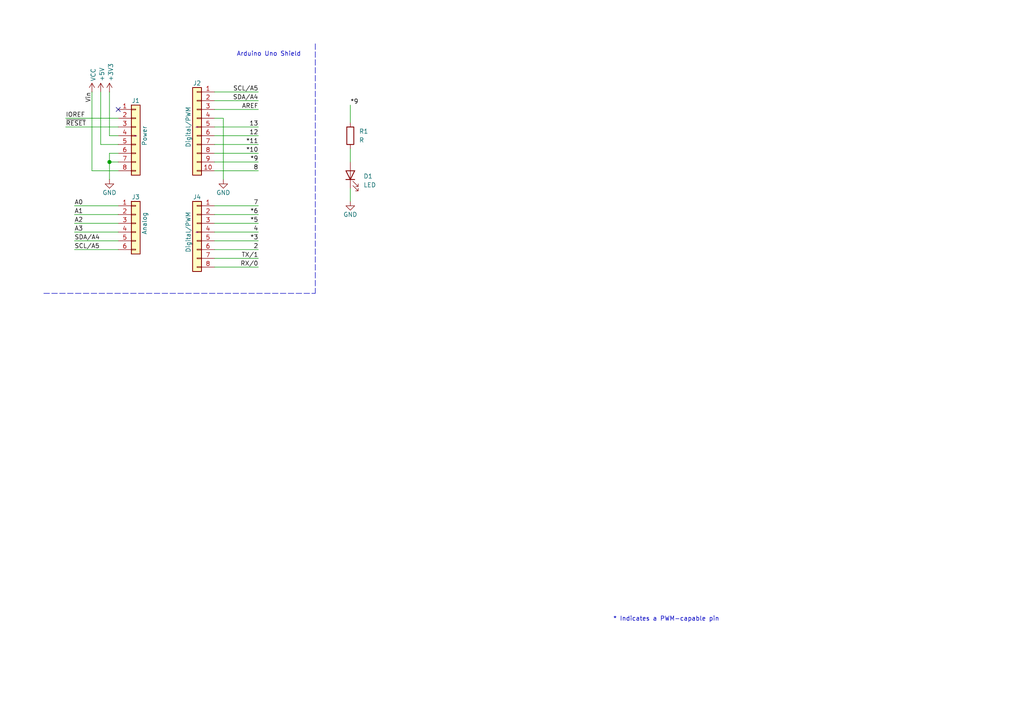
<source format=kicad_sch>
(kicad_sch
	(version 20250114)
	(generator "eeschema")
	(generator_version "9.0")
	(uuid "e63e39d7-6ac0-4ffd-8aa3-1841a4541b55")
	(paper "A4")
	(title_block
		(date "mar. 31 mars 2015")
	)
	(lib_symbols
		(symbol "Connector_Generic:Conn_01x06"
			(pin_names
				(offset 1.016)
				(hide yes)
			)
			(exclude_from_sim no)
			(in_bom yes)
			(on_board yes)
			(property "Reference" "J"
				(at 0 7.62 0)
				(effects
					(font
						(size 1.27 1.27)
					)
				)
			)
			(property "Value" "Conn_01x06"
				(at 0 -10.16 0)
				(effects
					(font
						(size 1.27 1.27)
					)
				)
			)
			(property "Footprint" ""
				(at 0 0 0)
				(effects
					(font
						(size 1.27 1.27)
					)
					(hide yes)
				)
			)
			(property "Datasheet" "~"
				(at 0 0 0)
				(effects
					(font
						(size 1.27 1.27)
					)
					(hide yes)
				)
			)
			(property "Description" "Generic connector, single row, 01x06, script generated (kicad-library-utils/schlib/autogen/connector/)"
				(at 0 0 0)
				(effects
					(font
						(size 1.27 1.27)
					)
					(hide yes)
				)
			)
			(property "ki_keywords" "connector"
				(at 0 0 0)
				(effects
					(font
						(size 1.27 1.27)
					)
					(hide yes)
				)
			)
			(property "ki_fp_filters" "Connector*:*_1x??_*"
				(at 0 0 0)
				(effects
					(font
						(size 1.27 1.27)
					)
					(hide yes)
				)
			)
			(symbol "Conn_01x06_1_1"
				(rectangle
					(start -1.27 6.35)
					(end 1.27 -8.89)
					(stroke
						(width 0.254)
						(type default)
					)
					(fill
						(type background)
					)
				)
				(rectangle
					(start -1.27 5.207)
					(end 0 4.953)
					(stroke
						(width 0.1524)
						(type default)
					)
					(fill
						(type none)
					)
				)
				(rectangle
					(start -1.27 2.667)
					(end 0 2.413)
					(stroke
						(width 0.1524)
						(type default)
					)
					(fill
						(type none)
					)
				)
				(rectangle
					(start -1.27 0.127)
					(end 0 -0.127)
					(stroke
						(width 0.1524)
						(type default)
					)
					(fill
						(type none)
					)
				)
				(rectangle
					(start -1.27 -2.413)
					(end 0 -2.667)
					(stroke
						(width 0.1524)
						(type default)
					)
					(fill
						(type none)
					)
				)
				(rectangle
					(start -1.27 -4.953)
					(end 0 -5.207)
					(stroke
						(width 0.1524)
						(type default)
					)
					(fill
						(type none)
					)
				)
				(rectangle
					(start -1.27 -7.493)
					(end 0 -7.747)
					(stroke
						(width 0.1524)
						(type default)
					)
					(fill
						(type none)
					)
				)
				(pin passive line
					(at -5.08 5.08 0)
					(length 3.81)
					(name "Pin_1"
						(effects
							(font
								(size 1.27 1.27)
							)
						)
					)
					(number "1"
						(effects
							(font
								(size 1.27 1.27)
							)
						)
					)
				)
				(pin passive line
					(at -5.08 2.54 0)
					(length 3.81)
					(name "Pin_2"
						(effects
							(font
								(size 1.27 1.27)
							)
						)
					)
					(number "2"
						(effects
							(font
								(size 1.27 1.27)
							)
						)
					)
				)
				(pin passive line
					(at -5.08 0 0)
					(length 3.81)
					(name "Pin_3"
						(effects
							(font
								(size 1.27 1.27)
							)
						)
					)
					(number "3"
						(effects
							(font
								(size 1.27 1.27)
							)
						)
					)
				)
				(pin passive line
					(at -5.08 -2.54 0)
					(length 3.81)
					(name "Pin_4"
						(effects
							(font
								(size 1.27 1.27)
							)
						)
					)
					(number "4"
						(effects
							(font
								(size 1.27 1.27)
							)
						)
					)
				)
				(pin passive line
					(at -5.08 -5.08 0)
					(length 3.81)
					(name "Pin_5"
						(effects
							(font
								(size 1.27 1.27)
							)
						)
					)
					(number "5"
						(effects
							(font
								(size 1.27 1.27)
							)
						)
					)
				)
				(pin passive line
					(at -5.08 -7.62 0)
					(length 3.81)
					(name "Pin_6"
						(effects
							(font
								(size 1.27 1.27)
							)
						)
					)
					(number "6"
						(effects
							(font
								(size 1.27 1.27)
							)
						)
					)
				)
			)
			(embedded_fonts no)
		)
		(symbol "Connector_Generic:Conn_01x08"
			(pin_names
				(offset 1.016)
				(hide yes)
			)
			(exclude_from_sim no)
			(in_bom yes)
			(on_board yes)
			(property "Reference" "J"
				(at 0 10.16 0)
				(effects
					(font
						(size 1.27 1.27)
					)
				)
			)
			(property "Value" "Conn_01x08"
				(at 0 -12.7 0)
				(effects
					(font
						(size 1.27 1.27)
					)
				)
			)
			(property "Footprint" ""
				(at 0 0 0)
				(effects
					(font
						(size 1.27 1.27)
					)
					(hide yes)
				)
			)
			(property "Datasheet" "~"
				(at 0 0 0)
				(effects
					(font
						(size 1.27 1.27)
					)
					(hide yes)
				)
			)
			(property "Description" "Generic connector, single row, 01x08, script generated (kicad-library-utils/schlib/autogen/connector/)"
				(at 0 0 0)
				(effects
					(font
						(size 1.27 1.27)
					)
					(hide yes)
				)
			)
			(property "ki_keywords" "connector"
				(at 0 0 0)
				(effects
					(font
						(size 1.27 1.27)
					)
					(hide yes)
				)
			)
			(property "ki_fp_filters" "Connector*:*_1x??_*"
				(at 0 0 0)
				(effects
					(font
						(size 1.27 1.27)
					)
					(hide yes)
				)
			)
			(symbol "Conn_01x08_1_1"
				(rectangle
					(start -1.27 8.89)
					(end 1.27 -11.43)
					(stroke
						(width 0.254)
						(type default)
					)
					(fill
						(type background)
					)
				)
				(rectangle
					(start -1.27 7.747)
					(end 0 7.493)
					(stroke
						(width 0.1524)
						(type default)
					)
					(fill
						(type none)
					)
				)
				(rectangle
					(start -1.27 5.207)
					(end 0 4.953)
					(stroke
						(width 0.1524)
						(type default)
					)
					(fill
						(type none)
					)
				)
				(rectangle
					(start -1.27 2.667)
					(end 0 2.413)
					(stroke
						(width 0.1524)
						(type default)
					)
					(fill
						(type none)
					)
				)
				(rectangle
					(start -1.27 0.127)
					(end 0 -0.127)
					(stroke
						(width 0.1524)
						(type default)
					)
					(fill
						(type none)
					)
				)
				(rectangle
					(start -1.27 -2.413)
					(end 0 -2.667)
					(stroke
						(width 0.1524)
						(type default)
					)
					(fill
						(type none)
					)
				)
				(rectangle
					(start -1.27 -4.953)
					(end 0 -5.207)
					(stroke
						(width 0.1524)
						(type default)
					)
					(fill
						(type none)
					)
				)
				(rectangle
					(start -1.27 -7.493)
					(end 0 -7.747)
					(stroke
						(width 0.1524)
						(type default)
					)
					(fill
						(type none)
					)
				)
				(rectangle
					(start -1.27 -10.033)
					(end 0 -10.287)
					(stroke
						(width 0.1524)
						(type default)
					)
					(fill
						(type none)
					)
				)
				(pin passive line
					(at -5.08 7.62 0)
					(length 3.81)
					(name "Pin_1"
						(effects
							(font
								(size 1.27 1.27)
							)
						)
					)
					(number "1"
						(effects
							(font
								(size 1.27 1.27)
							)
						)
					)
				)
				(pin passive line
					(at -5.08 5.08 0)
					(length 3.81)
					(name "Pin_2"
						(effects
							(font
								(size 1.27 1.27)
							)
						)
					)
					(number "2"
						(effects
							(font
								(size 1.27 1.27)
							)
						)
					)
				)
				(pin passive line
					(at -5.08 2.54 0)
					(length 3.81)
					(name "Pin_3"
						(effects
							(font
								(size 1.27 1.27)
							)
						)
					)
					(number "3"
						(effects
							(font
								(size 1.27 1.27)
							)
						)
					)
				)
				(pin passive line
					(at -5.08 0 0)
					(length 3.81)
					(name "Pin_4"
						(effects
							(font
								(size 1.27 1.27)
							)
						)
					)
					(number "4"
						(effects
							(font
								(size 1.27 1.27)
							)
						)
					)
				)
				(pin passive line
					(at -5.08 -2.54 0)
					(length 3.81)
					(name "Pin_5"
						(effects
							(font
								(size 1.27 1.27)
							)
						)
					)
					(number "5"
						(effects
							(font
								(size 1.27 1.27)
							)
						)
					)
				)
				(pin passive line
					(at -5.08 -5.08 0)
					(length 3.81)
					(name "Pin_6"
						(effects
							(font
								(size 1.27 1.27)
							)
						)
					)
					(number "6"
						(effects
							(font
								(size 1.27 1.27)
							)
						)
					)
				)
				(pin passive line
					(at -5.08 -7.62 0)
					(length 3.81)
					(name "Pin_7"
						(effects
							(font
								(size 1.27 1.27)
							)
						)
					)
					(number "7"
						(effects
							(font
								(size 1.27 1.27)
							)
						)
					)
				)
				(pin passive line
					(at -5.08 -10.16 0)
					(length 3.81)
					(name "Pin_8"
						(effects
							(font
								(size 1.27 1.27)
							)
						)
					)
					(number "8"
						(effects
							(font
								(size 1.27 1.27)
							)
						)
					)
				)
			)
			(embedded_fonts no)
		)
		(symbol "Connector_Generic:Conn_01x10"
			(pin_names
				(offset 1.016)
				(hide yes)
			)
			(exclude_from_sim no)
			(in_bom yes)
			(on_board yes)
			(property "Reference" "J"
				(at 0 12.7 0)
				(effects
					(font
						(size 1.27 1.27)
					)
				)
			)
			(property "Value" "Conn_01x10"
				(at 0 -15.24 0)
				(effects
					(font
						(size 1.27 1.27)
					)
				)
			)
			(property "Footprint" ""
				(at 0 0 0)
				(effects
					(font
						(size 1.27 1.27)
					)
					(hide yes)
				)
			)
			(property "Datasheet" "~"
				(at 0 0 0)
				(effects
					(font
						(size 1.27 1.27)
					)
					(hide yes)
				)
			)
			(property "Description" "Generic connector, single row, 01x10, script generated (kicad-library-utils/schlib/autogen/connector/)"
				(at 0 0 0)
				(effects
					(font
						(size 1.27 1.27)
					)
					(hide yes)
				)
			)
			(property "ki_keywords" "connector"
				(at 0 0 0)
				(effects
					(font
						(size 1.27 1.27)
					)
					(hide yes)
				)
			)
			(property "ki_fp_filters" "Connector*:*_1x??_*"
				(at 0 0 0)
				(effects
					(font
						(size 1.27 1.27)
					)
					(hide yes)
				)
			)
			(symbol "Conn_01x10_1_1"
				(rectangle
					(start -1.27 11.43)
					(end 1.27 -13.97)
					(stroke
						(width 0.254)
						(type default)
					)
					(fill
						(type background)
					)
				)
				(rectangle
					(start -1.27 10.287)
					(end 0 10.033)
					(stroke
						(width 0.1524)
						(type default)
					)
					(fill
						(type none)
					)
				)
				(rectangle
					(start -1.27 7.747)
					(end 0 7.493)
					(stroke
						(width 0.1524)
						(type default)
					)
					(fill
						(type none)
					)
				)
				(rectangle
					(start -1.27 5.207)
					(end 0 4.953)
					(stroke
						(width 0.1524)
						(type default)
					)
					(fill
						(type none)
					)
				)
				(rectangle
					(start -1.27 2.667)
					(end 0 2.413)
					(stroke
						(width 0.1524)
						(type default)
					)
					(fill
						(type none)
					)
				)
				(rectangle
					(start -1.27 0.127)
					(end 0 -0.127)
					(stroke
						(width 0.1524)
						(type default)
					)
					(fill
						(type none)
					)
				)
				(rectangle
					(start -1.27 -2.413)
					(end 0 -2.667)
					(stroke
						(width 0.1524)
						(type default)
					)
					(fill
						(type none)
					)
				)
				(rectangle
					(start -1.27 -4.953)
					(end 0 -5.207)
					(stroke
						(width 0.1524)
						(type default)
					)
					(fill
						(type none)
					)
				)
				(rectangle
					(start -1.27 -7.493)
					(end 0 -7.747)
					(stroke
						(width 0.1524)
						(type default)
					)
					(fill
						(type none)
					)
				)
				(rectangle
					(start -1.27 -10.033)
					(end 0 -10.287)
					(stroke
						(width 0.1524)
						(type default)
					)
					(fill
						(type none)
					)
				)
				(rectangle
					(start -1.27 -12.573)
					(end 0 -12.827)
					(stroke
						(width 0.1524)
						(type default)
					)
					(fill
						(type none)
					)
				)
				(pin passive line
					(at -5.08 10.16 0)
					(length 3.81)
					(name "Pin_1"
						(effects
							(font
								(size 1.27 1.27)
							)
						)
					)
					(number "1"
						(effects
							(font
								(size 1.27 1.27)
							)
						)
					)
				)
				(pin passive line
					(at -5.08 7.62 0)
					(length 3.81)
					(name "Pin_2"
						(effects
							(font
								(size 1.27 1.27)
							)
						)
					)
					(number "2"
						(effects
							(font
								(size 1.27 1.27)
							)
						)
					)
				)
				(pin passive line
					(at -5.08 5.08 0)
					(length 3.81)
					(name "Pin_3"
						(effects
							(font
								(size 1.27 1.27)
							)
						)
					)
					(number "3"
						(effects
							(font
								(size 1.27 1.27)
							)
						)
					)
				)
				(pin passive line
					(at -5.08 2.54 0)
					(length 3.81)
					(name "Pin_4"
						(effects
							(font
								(size 1.27 1.27)
							)
						)
					)
					(number "4"
						(effects
							(font
								(size 1.27 1.27)
							)
						)
					)
				)
				(pin passive line
					(at -5.08 0 0)
					(length 3.81)
					(name "Pin_5"
						(effects
							(font
								(size 1.27 1.27)
							)
						)
					)
					(number "5"
						(effects
							(font
								(size 1.27 1.27)
							)
						)
					)
				)
				(pin passive line
					(at -5.08 -2.54 0)
					(length 3.81)
					(name "Pin_6"
						(effects
							(font
								(size 1.27 1.27)
							)
						)
					)
					(number "6"
						(effects
							(font
								(size 1.27 1.27)
							)
						)
					)
				)
				(pin passive line
					(at -5.08 -5.08 0)
					(length 3.81)
					(name "Pin_7"
						(effects
							(font
								(size 1.27 1.27)
							)
						)
					)
					(number "7"
						(effects
							(font
								(size 1.27 1.27)
							)
						)
					)
				)
				(pin passive line
					(at -5.08 -7.62 0)
					(length 3.81)
					(name "Pin_8"
						(effects
							(font
								(size 1.27 1.27)
							)
						)
					)
					(number "8"
						(effects
							(font
								(size 1.27 1.27)
							)
						)
					)
				)
				(pin passive line
					(at -5.08 -10.16 0)
					(length 3.81)
					(name "Pin_9"
						(effects
							(font
								(size 1.27 1.27)
							)
						)
					)
					(number "9"
						(effects
							(font
								(size 1.27 1.27)
							)
						)
					)
				)
				(pin passive line
					(at -5.08 -12.7 0)
					(length 3.81)
					(name "Pin_10"
						(effects
							(font
								(size 1.27 1.27)
							)
						)
					)
					(number "10"
						(effects
							(font
								(size 1.27 1.27)
							)
						)
					)
				)
			)
			(embedded_fonts no)
		)
		(symbol "Device:LED"
			(pin_numbers
				(hide yes)
			)
			(pin_names
				(offset 1.016)
				(hide yes)
			)
			(exclude_from_sim no)
			(in_bom yes)
			(on_board yes)
			(property "Reference" "D"
				(at 0 2.54 0)
				(effects
					(font
						(size 1.27 1.27)
					)
				)
			)
			(property "Value" "LED"
				(at 0 -2.54 0)
				(effects
					(font
						(size 1.27 1.27)
					)
				)
			)
			(property "Footprint" ""
				(at 0 0 0)
				(effects
					(font
						(size 1.27 1.27)
					)
					(hide yes)
				)
			)
			(property "Datasheet" "~"
				(at 0 0 0)
				(effects
					(font
						(size 1.27 1.27)
					)
					(hide yes)
				)
			)
			(property "Description" "Light emitting diode"
				(at 0 0 0)
				(effects
					(font
						(size 1.27 1.27)
					)
					(hide yes)
				)
			)
			(property "Sim.Pins" "1=K 2=A"
				(at 0 0 0)
				(effects
					(font
						(size 1.27 1.27)
					)
					(hide yes)
				)
			)
			(property "ki_keywords" "LED diode"
				(at 0 0 0)
				(effects
					(font
						(size 1.27 1.27)
					)
					(hide yes)
				)
			)
			(property "ki_fp_filters" "LED* LED_SMD:* LED_THT:*"
				(at 0 0 0)
				(effects
					(font
						(size 1.27 1.27)
					)
					(hide yes)
				)
			)
			(symbol "LED_0_1"
				(polyline
					(pts
						(xy -3.048 -0.762) (xy -4.572 -2.286) (xy -3.81 -2.286) (xy -4.572 -2.286) (xy -4.572 -1.524)
					)
					(stroke
						(width 0)
						(type default)
					)
					(fill
						(type none)
					)
				)
				(polyline
					(pts
						(xy -1.778 -0.762) (xy -3.302 -2.286) (xy -2.54 -2.286) (xy -3.302 -2.286) (xy -3.302 -1.524)
					)
					(stroke
						(width 0)
						(type default)
					)
					(fill
						(type none)
					)
				)
				(polyline
					(pts
						(xy -1.27 0) (xy 1.27 0)
					)
					(stroke
						(width 0)
						(type default)
					)
					(fill
						(type none)
					)
				)
				(polyline
					(pts
						(xy -1.27 -1.27) (xy -1.27 1.27)
					)
					(stroke
						(width 0.254)
						(type default)
					)
					(fill
						(type none)
					)
				)
				(polyline
					(pts
						(xy 1.27 -1.27) (xy 1.27 1.27) (xy -1.27 0) (xy 1.27 -1.27)
					)
					(stroke
						(width 0.254)
						(type default)
					)
					(fill
						(type none)
					)
				)
			)
			(symbol "LED_1_1"
				(pin passive line
					(at -3.81 0 0)
					(length 2.54)
					(name "K"
						(effects
							(font
								(size 1.27 1.27)
							)
						)
					)
					(number "1"
						(effects
							(font
								(size 1.27 1.27)
							)
						)
					)
				)
				(pin passive line
					(at 3.81 0 180)
					(length 2.54)
					(name "A"
						(effects
							(font
								(size 1.27 1.27)
							)
						)
					)
					(number "2"
						(effects
							(font
								(size 1.27 1.27)
							)
						)
					)
				)
			)
			(embedded_fonts no)
		)
		(symbol "Device:R"
			(pin_numbers
				(hide yes)
			)
			(pin_names
				(offset 0)
			)
			(exclude_from_sim no)
			(in_bom yes)
			(on_board yes)
			(property "Reference" "R"
				(at 2.032 0 90)
				(effects
					(font
						(size 1.27 1.27)
					)
				)
			)
			(property "Value" "R"
				(at 0 0 90)
				(effects
					(font
						(size 1.27 1.27)
					)
				)
			)
			(property "Footprint" ""
				(at -1.778 0 90)
				(effects
					(font
						(size 1.27 1.27)
					)
					(hide yes)
				)
			)
			(property "Datasheet" "~"
				(at 0 0 0)
				(effects
					(font
						(size 1.27 1.27)
					)
					(hide yes)
				)
			)
			(property "Description" "Resistor"
				(at 0 0 0)
				(effects
					(font
						(size 1.27 1.27)
					)
					(hide yes)
				)
			)
			(property "ki_keywords" "R res resistor"
				(at 0 0 0)
				(effects
					(font
						(size 1.27 1.27)
					)
					(hide yes)
				)
			)
			(property "ki_fp_filters" "R_*"
				(at 0 0 0)
				(effects
					(font
						(size 1.27 1.27)
					)
					(hide yes)
				)
			)
			(symbol "R_0_1"
				(rectangle
					(start -1.016 -2.54)
					(end 1.016 2.54)
					(stroke
						(width 0.254)
						(type default)
					)
					(fill
						(type none)
					)
				)
			)
			(symbol "R_1_1"
				(pin passive line
					(at 0 3.81 270)
					(length 1.27)
					(name "~"
						(effects
							(font
								(size 1.27 1.27)
							)
						)
					)
					(number "1"
						(effects
							(font
								(size 1.27 1.27)
							)
						)
					)
				)
				(pin passive line
					(at 0 -3.81 90)
					(length 1.27)
					(name "~"
						(effects
							(font
								(size 1.27 1.27)
							)
						)
					)
					(number "2"
						(effects
							(font
								(size 1.27 1.27)
							)
						)
					)
				)
			)
			(embedded_fonts no)
		)
		(symbol "power:+3V3"
			(power)
			(pin_numbers
				(hide yes)
			)
			(pin_names
				(offset 0)
				(hide yes)
			)
			(exclude_from_sim no)
			(in_bom yes)
			(on_board yes)
			(property "Reference" "#PWR"
				(at 0 -3.81 0)
				(effects
					(font
						(size 1.27 1.27)
					)
					(hide yes)
				)
			)
			(property "Value" "+3V3"
				(at 0 3.556 0)
				(effects
					(font
						(size 1.27 1.27)
					)
				)
			)
			(property "Footprint" ""
				(at 0 0 0)
				(effects
					(font
						(size 1.27 1.27)
					)
					(hide yes)
				)
			)
			(property "Datasheet" ""
				(at 0 0 0)
				(effects
					(font
						(size 1.27 1.27)
					)
					(hide yes)
				)
			)
			(property "Description" "Power symbol creates a global label with name \"+3V3\""
				(at 0 0 0)
				(effects
					(font
						(size 1.27 1.27)
					)
					(hide yes)
				)
			)
			(property "ki_keywords" "global power"
				(at 0 0 0)
				(effects
					(font
						(size 1.27 1.27)
					)
					(hide yes)
				)
			)
			(symbol "+3V3_0_1"
				(polyline
					(pts
						(xy -0.762 1.27) (xy 0 2.54)
					)
					(stroke
						(width 0)
						(type default)
					)
					(fill
						(type none)
					)
				)
				(polyline
					(pts
						(xy 0 2.54) (xy 0.762 1.27)
					)
					(stroke
						(width 0)
						(type default)
					)
					(fill
						(type none)
					)
				)
				(polyline
					(pts
						(xy 0 0) (xy 0 2.54)
					)
					(stroke
						(width 0)
						(type default)
					)
					(fill
						(type none)
					)
				)
			)
			(symbol "+3V3_1_1"
				(pin power_in line
					(at 0 0 90)
					(length 0)
					(name "~"
						(effects
							(font
								(size 1.27 1.27)
							)
						)
					)
					(number "1"
						(effects
							(font
								(size 1.27 1.27)
							)
						)
					)
				)
			)
			(embedded_fonts no)
		)
		(symbol "power:+5V"
			(power)
			(pin_numbers
				(hide yes)
			)
			(pin_names
				(offset 0)
				(hide yes)
			)
			(exclude_from_sim no)
			(in_bom yes)
			(on_board yes)
			(property "Reference" "#PWR"
				(at 0 -3.81 0)
				(effects
					(font
						(size 1.27 1.27)
					)
					(hide yes)
				)
			)
			(property "Value" "+5V"
				(at 0 3.556 0)
				(effects
					(font
						(size 1.27 1.27)
					)
				)
			)
			(property "Footprint" ""
				(at 0 0 0)
				(effects
					(font
						(size 1.27 1.27)
					)
					(hide yes)
				)
			)
			(property "Datasheet" ""
				(at 0 0 0)
				(effects
					(font
						(size 1.27 1.27)
					)
					(hide yes)
				)
			)
			(property "Description" "Power symbol creates a global label with name \"+5V\""
				(at 0 0 0)
				(effects
					(font
						(size 1.27 1.27)
					)
					(hide yes)
				)
			)
			(property "ki_keywords" "global power"
				(at 0 0 0)
				(effects
					(font
						(size 1.27 1.27)
					)
					(hide yes)
				)
			)
			(symbol "+5V_0_1"
				(polyline
					(pts
						(xy -0.762 1.27) (xy 0 2.54)
					)
					(stroke
						(width 0)
						(type default)
					)
					(fill
						(type none)
					)
				)
				(polyline
					(pts
						(xy 0 2.54) (xy 0.762 1.27)
					)
					(stroke
						(width 0)
						(type default)
					)
					(fill
						(type none)
					)
				)
				(polyline
					(pts
						(xy 0 0) (xy 0 2.54)
					)
					(stroke
						(width 0)
						(type default)
					)
					(fill
						(type none)
					)
				)
			)
			(symbol "+5V_1_1"
				(pin power_in line
					(at 0 0 90)
					(length 0)
					(name "~"
						(effects
							(font
								(size 1.27 1.27)
							)
						)
					)
					(number "1"
						(effects
							(font
								(size 1.27 1.27)
							)
						)
					)
				)
			)
			(embedded_fonts no)
		)
		(symbol "power:GND"
			(power)
			(pin_numbers
				(hide yes)
			)
			(pin_names
				(offset 0)
				(hide yes)
			)
			(exclude_from_sim no)
			(in_bom yes)
			(on_board yes)
			(property "Reference" "#PWR"
				(at 0 -6.35 0)
				(effects
					(font
						(size 1.27 1.27)
					)
					(hide yes)
				)
			)
			(property "Value" "GND"
				(at 0 -3.81 0)
				(effects
					(font
						(size 1.27 1.27)
					)
				)
			)
			(property "Footprint" ""
				(at 0 0 0)
				(effects
					(font
						(size 1.27 1.27)
					)
					(hide yes)
				)
			)
			(property "Datasheet" ""
				(at 0 0 0)
				(effects
					(font
						(size 1.27 1.27)
					)
					(hide yes)
				)
			)
			(property "Description" "Power symbol creates a global label with name \"GND\" , ground"
				(at 0 0 0)
				(effects
					(font
						(size 1.27 1.27)
					)
					(hide yes)
				)
			)
			(property "ki_keywords" "global power"
				(at 0 0 0)
				(effects
					(font
						(size 1.27 1.27)
					)
					(hide yes)
				)
			)
			(symbol "GND_0_1"
				(polyline
					(pts
						(xy 0 0) (xy 0 -1.27) (xy 1.27 -1.27) (xy 0 -2.54) (xy -1.27 -1.27) (xy 0 -1.27)
					)
					(stroke
						(width 0)
						(type default)
					)
					(fill
						(type none)
					)
				)
			)
			(symbol "GND_1_1"
				(pin power_in line
					(at 0 0 270)
					(length 0)
					(name "~"
						(effects
							(font
								(size 1.27 1.27)
							)
						)
					)
					(number "1"
						(effects
							(font
								(size 1.27 1.27)
							)
						)
					)
				)
			)
			(embedded_fonts no)
		)
		(symbol "power:VCC"
			(power)
			(pin_numbers
				(hide yes)
			)
			(pin_names
				(offset 0)
				(hide yes)
			)
			(exclude_from_sim no)
			(in_bom yes)
			(on_board yes)
			(property "Reference" "#PWR"
				(at 0 -3.81 0)
				(effects
					(font
						(size 1.27 1.27)
					)
					(hide yes)
				)
			)
			(property "Value" "VCC"
				(at 0 3.556 0)
				(effects
					(font
						(size 1.27 1.27)
					)
				)
			)
			(property "Footprint" ""
				(at 0 0 0)
				(effects
					(font
						(size 1.27 1.27)
					)
					(hide yes)
				)
			)
			(property "Datasheet" ""
				(at 0 0 0)
				(effects
					(font
						(size 1.27 1.27)
					)
					(hide yes)
				)
			)
			(property "Description" "Power symbol creates a global label with name \"VCC\""
				(at 0 0 0)
				(effects
					(font
						(size 1.27 1.27)
					)
					(hide yes)
				)
			)
			(property "ki_keywords" "global power"
				(at 0 0 0)
				(effects
					(font
						(size 1.27 1.27)
					)
					(hide yes)
				)
			)
			(symbol "VCC_0_1"
				(polyline
					(pts
						(xy -0.762 1.27) (xy 0 2.54)
					)
					(stroke
						(width 0)
						(type default)
					)
					(fill
						(type none)
					)
				)
				(polyline
					(pts
						(xy 0 2.54) (xy 0.762 1.27)
					)
					(stroke
						(width 0)
						(type default)
					)
					(fill
						(type none)
					)
				)
				(polyline
					(pts
						(xy 0 0) (xy 0 2.54)
					)
					(stroke
						(width 0)
						(type default)
					)
					(fill
						(type none)
					)
				)
			)
			(symbol "VCC_1_1"
				(pin power_in line
					(at 0 0 90)
					(length 0)
					(name "~"
						(effects
							(font
								(size 1.27 1.27)
							)
						)
					)
					(number "1"
						(effects
							(font
								(size 1.27 1.27)
							)
						)
					)
				)
			)
			(embedded_fonts no)
		)
	)
	(text "Arduino Uno Shield\n"
		(exclude_from_sim no)
		(at 77.978 15.748 0)
		(effects
			(font
				(size 1.27 1.27)
			)
		)
		(uuid "9cdef982-d1d7-40f4-a00e-7d76645895f2")
	)
	(text "* Indicates a PWM-capable pin"
		(exclude_from_sim no)
		(at 177.8 180.34 0)
		(effects
			(font
				(size 1.27 1.27)
			)
			(justify left bottom)
		)
		(uuid "c364973a-9a67-4667-8185-a3a5c6c6cbdf")
	)
	(junction
		(at 31.75 46.99)
		(diameter 1.016)
		(color 0 0 0 0)
		(uuid "3dcc657b-55a1-48e0-9667-e01e7b6b08b5")
	)
	(no_connect
		(at 34.29 31.75)
		(uuid "d181157c-7812-47e5-a0cf-9580c905fc86")
	)
	(wire
		(pts
			(xy 62.23 77.47) (xy 74.93 77.47)
		)
		(stroke
			(width 0)
			(type solid)
		)
		(uuid "010ba307-2067-49d3-b0fa-6414143f3fc2")
	)
	(wire
		(pts
			(xy 62.23 44.45) (xy 74.93 44.45)
		)
		(stroke
			(width 0)
			(type solid)
		)
		(uuid "09480ba4-37da-45e3-b9fe-6beebf876349")
	)
	(wire
		(pts
			(xy 62.23 26.67) (xy 74.93 26.67)
		)
		(stroke
			(width 0)
			(type solid)
		)
		(uuid "0f5d2189-4ead-42fa-8f7a-cfa3af4de132")
	)
	(wire
		(pts
			(xy 31.75 44.45) (xy 31.75 46.99)
		)
		(stroke
			(width 0)
			(type solid)
		)
		(uuid "1c31b835-925f-4a5c-92df-8f2558bb711b")
	)
	(wire
		(pts
			(xy 21.59 72.39) (xy 34.29 72.39)
		)
		(stroke
			(width 0)
			(type solid)
		)
		(uuid "20854542-d0b0-4be7-af02-0e5fceb34e01")
	)
	(wire
		(pts
			(xy 31.75 46.99) (xy 31.75 52.07)
		)
		(stroke
			(width 0)
			(type solid)
		)
		(uuid "2df788b2-ce68-49bc-a497-4b6570a17f30")
	)
	(wire
		(pts
			(xy 31.75 39.37) (xy 34.29 39.37)
		)
		(stroke
			(width 0)
			(type solid)
		)
		(uuid "3334b11d-5a13-40b4-a117-d693c543e4ab")
	)
	(wire
		(pts
			(xy 101.6 30.48) (xy 101.6 35.56)
		)
		(stroke
			(width 0)
			(type default)
		)
		(uuid "34c7d772-dbb4-40ac-acfd-7aa2d5bb3014")
	)
	(wire
		(pts
			(xy 29.21 41.91) (xy 34.29 41.91)
		)
		(stroke
			(width 0)
			(type solid)
		)
		(uuid "3661f80c-fef8-4441-83be-df8930b3b45e")
	)
	(wire
		(pts
			(xy 29.21 26.67) (xy 29.21 41.91)
		)
		(stroke
			(width 0)
			(type solid)
		)
		(uuid "392bf1f6-bf67-427d-8d4c-0a87cb757556")
	)
	(wire
		(pts
			(xy 62.23 36.83) (xy 74.93 36.83)
		)
		(stroke
			(width 0)
			(type solid)
		)
		(uuid "4227fa6f-c399-4f14-8228-23e39d2b7e7d")
	)
	(wire
		(pts
			(xy 31.75 26.67) (xy 31.75 39.37)
		)
		(stroke
			(width 0)
			(type solid)
		)
		(uuid "442fb4de-4d55-45de-bc27-3e6222ceb890")
	)
	(wire
		(pts
			(xy 62.23 59.69) (xy 74.93 59.69)
		)
		(stroke
			(width 0)
			(type solid)
		)
		(uuid "4455ee2e-5642-42c1-a83b-f7e65fa0c2f1")
	)
	(wire
		(pts
			(xy 34.29 59.69) (xy 21.59 59.69)
		)
		(stroke
			(width 0)
			(type solid)
		)
		(uuid "486ca832-85f4-4989-b0f4-569faf9be534")
	)
	(wire
		(pts
			(xy 62.23 39.37) (xy 74.93 39.37)
		)
		(stroke
			(width 0)
			(type solid)
		)
		(uuid "4a910b57-a5cd-4105-ab4f-bde2a80d4f00")
	)
	(polyline
		(pts
			(xy 91.44 12.7) (xy 91.44 85.09)
		)
		(stroke
			(width 0)
			(type dash)
		)
		(uuid "4d5722a4-79f8-4c7f-8c48-d1c28330ed1f")
	)
	(polyline
		(pts
			(xy 12.7 85.09) (xy 91.44 85.09)
		)
		(stroke
			(width 0)
			(type dash)
		)
		(uuid "4e15018b-bb1c-478f-97f0-706da9f3ea0b")
	)
	(wire
		(pts
			(xy 62.23 62.23) (xy 74.93 62.23)
		)
		(stroke
			(width 0)
			(type solid)
		)
		(uuid "4e60e1af-19bd-45a0-b418-b7030b594dde")
	)
	(wire
		(pts
			(xy 62.23 46.99) (xy 74.93 46.99)
		)
		(stroke
			(width 0)
			(type solid)
		)
		(uuid "63f2b71b-521b-4210-bf06-ed65e330fccc")
	)
	(wire
		(pts
			(xy 62.23 67.31) (xy 74.93 67.31)
		)
		(stroke
			(width 0)
			(type solid)
		)
		(uuid "6bb3ea5f-9e60-4add-9d97-244be2cf61d2")
	)
	(wire
		(pts
			(xy 19.05 34.29) (xy 34.29 34.29)
		)
		(stroke
			(width 0)
			(type solid)
		)
		(uuid "73d4774c-1387-4550-b580-a1cc0ac89b89")
	)
	(wire
		(pts
			(xy 64.77 34.29) (xy 64.77 52.07)
		)
		(stroke
			(width 0)
			(type solid)
		)
		(uuid "84ce350c-b0c1-4e69-9ab2-f7ec7b8bb312")
	)
	(wire
		(pts
			(xy 62.23 31.75) (xy 74.93 31.75)
		)
		(stroke
			(width 0)
			(type solid)
		)
		(uuid "8a3d35a2-f0f6-4dec-a606-7c8e288ca828")
	)
	(wire
		(pts
			(xy 34.29 64.77) (xy 21.59 64.77)
		)
		(stroke
			(width 0)
			(type solid)
		)
		(uuid "9377eb1a-3b12-438c-8ebd-f86ace1e8d25")
	)
	(wire
		(pts
			(xy 19.05 36.83) (xy 34.29 36.83)
		)
		(stroke
			(width 0)
			(type solid)
		)
		(uuid "93e52853-9d1e-4afe-aee8-b825ab9f5d09")
	)
	(wire
		(pts
			(xy 34.29 46.99) (xy 31.75 46.99)
		)
		(stroke
			(width 0)
			(type solid)
		)
		(uuid "97df9ac9-dbb8-472e-b84f-3684d0eb5efc")
	)
	(wire
		(pts
			(xy 34.29 49.53) (xy 26.67 49.53)
		)
		(stroke
			(width 0)
			(type solid)
		)
		(uuid "a7518f9d-05df-4211-ba17-5d615f04ec46")
	)
	(wire
		(pts
			(xy 101.6 43.18) (xy 101.6 46.99)
		)
		(stroke
			(width 0)
			(type default)
		)
		(uuid "a9a49389-df7a-48f9-bc7f-9101b4d97fff")
	)
	(wire
		(pts
			(xy 21.59 62.23) (xy 34.29 62.23)
		)
		(stroke
			(width 0)
			(type solid)
		)
		(uuid "aab97e46-23d6-4cbf-8684-537b94306d68")
	)
	(wire
		(pts
			(xy 62.23 34.29) (xy 64.77 34.29)
		)
		(stroke
			(width 0)
			(type solid)
		)
		(uuid "bcbc7302-8a54-4b9b-98b9-f277f1b20941")
	)
	(wire
		(pts
			(xy 34.29 44.45) (xy 31.75 44.45)
		)
		(stroke
			(width 0)
			(type solid)
		)
		(uuid "c12796ad-cf20-466f-9ab3-9cf441392c32")
	)
	(wire
		(pts
			(xy 62.23 41.91) (xy 74.93 41.91)
		)
		(stroke
			(width 0)
			(type solid)
		)
		(uuid "c722a1ff-12f1-49e5-88a4-44ffeb509ca2")
	)
	(wire
		(pts
			(xy 101.6 54.61) (xy 101.6 58.42)
		)
		(stroke
			(width 0)
			(type default)
		)
		(uuid "c92456e8-c6d3-4ca7-92f8-32a27924d6d1")
	)
	(wire
		(pts
			(xy 62.23 64.77) (xy 74.93 64.77)
		)
		(stroke
			(width 0)
			(type solid)
		)
		(uuid "cfe99980-2d98-4372-b495-04c53027340b")
	)
	(wire
		(pts
			(xy 21.59 67.31) (xy 34.29 67.31)
		)
		(stroke
			(width 0)
			(type solid)
		)
		(uuid "d3042136-2605-44b2-aebb-5484a9c90933")
	)
	(wire
		(pts
			(xy 62.23 29.21) (xy 74.93 29.21)
		)
		(stroke
			(width 0)
			(type solid)
		)
		(uuid "e7278977-132b-4777-9eb4-7d93363a4379")
	)
	(wire
		(pts
			(xy 62.23 72.39) (xy 74.93 72.39)
		)
		(stroke
			(width 0)
			(type solid)
		)
		(uuid "e9bdd59b-3252-4c44-a357-6fa1af0c210c")
	)
	(wire
		(pts
			(xy 62.23 69.85) (xy 74.93 69.85)
		)
		(stroke
			(width 0)
			(type solid)
		)
		(uuid "ec76dcc9-9949-4dda-bd76-046204829cb4")
	)
	(wire
		(pts
			(xy 62.23 74.93) (xy 74.93 74.93)
		)
		(stroke
			(width 0)
			(type solid)
		)
		(uuid "f853d1d4-c722-44df-98bf-4a6114204628")
	)
	(wire
		(pts
			(xy 26.67 49.53) (xy 26.67 26.67)
		)
		(stroke
			(width 0)
			(type solid)
		)
		(uuid "f8de70cd-e47d-4e80-8f3a-077e9df93aa8")
	)
	(wire
		(pts
			(xy 34.29 69.85) (xy 21.59 69.85)
		)
		(stroke
			(width 0)
			(type solid)
		)
		(uuid "fc39c32d-65b8-4d16-9db5-de89c54a1206")
	)
	(wire
		(pts
			(xy 62.23 49.53) (xy 74.93 49.53)
		)
		(stroke
			(width 0)
			(type solid)
		)
		(uuid "fe837306-92d0-4847-ad21-76c47ae932d1")
	)
	(label "RX{slash}0"
		(at 74.93 77.47 180)
		(effects
			(font
				(size 1.27 1.27)
			)
			(justify right bottom)
		)
		(uuid "01ea9310-cf66-436b-9b89-1a2f4237b59e")
	)
	(label "A2"
		(at 21.59 64.77 0)
		(effects
			(font
				(size 1.27 1.27)
			)
			(justify left bottom)
		)
		(uuid "09251fd4-af37-4d86-8951-1faaac710ffa")
	)
	(label "4"
		(at 74.93 67.31 180)
		(effects
			(font
				(size 1.27 1.27)
			)
			(justify right bottom)
		)
		(uuid "0d8cfe6d-11bf-42b9-9752-f9a5a76bce7e")
	)
	(label "2"
		(at 74.93 72.39 180)
		(effects
			(font
				(size 1.27 1.27)
			)
			(justify right bottom)
		)
		(uuid "23f0c933-49f0-4410-a8db-8b017f48dadc")
	)
	(label "*9"
		(at 101.6 30.48 0)
		(effects
			(font
				(size 1.27 1.27)
			)
			(justify left bottom)
		)
		(uuid "276929e8-4334-4bb0-b411-6bd979bf25c0")
	)
	(label "A3"
		(at 21.59 67.31 0)
		(effects
			(font
				(size 1.27 1.27)
			)
			(justify left bottom)
		)
		(uuid "2c60ab74-0590-423b-8921-6f3212a358d2")
	)
	(label "13"
		(at 74.93 36.83 180)
		(effects
			(font
				(size 1.27 1.27)
			)
			(justify right bottom)
		)
		(uuid "35bc5b35-b7b2-44d5-bbed-557f428649b2")
	)
	(label "12"
		(at 74.93 39.37 180)
		(effects
			(font
				(size 1.27 1.27)
			)
			(justify right bottom)
		)
		(uuid "3ffaa3b1-1d78-4c7b-bdf9-f1a8019c92fd")
	)
	(label "~{RESET}"
		(at 19.05 36.83 0)
		(effects
			(font
				(size 1.27 1.27)
			)
			(justify left bottom)
		)
		(uuid "49585dba-cfa7-4813-841e-9d900d43ecf4")
	)
	(label "*10"
		(at 74.93 44.45 180)
		(effects
			(font
				(size 1.27 1.27)
			)
			(justify right bottom)
		)
		(uuid "54be04e4-fffa-4f7f-8a5f-d0de81314e8f")
	)
	(label "7"
		(at 74.93 59.69 180)
		(effects
			(font
				(size 1.27 1.27)
			)
			(justify right bottom)
		)
		(uuid "873d2c88-519e-482f-a3ed-2484e5f9417e")
	)
	(label "SDA{slash}A4"
		(at 74.93 29.21 180)
		(effects
			(font
				(size 1.27 1.27)
			)
			(justify right bottom)
		)
		(uuid "8885a9dc-224d-44c5-8601-05c1d9983e09")
	)
	(label "8"
		(at 74.93 49.53 180)
		(effects
			(font
				(size 1.27 1.27)
			)
			(justify right bottom)
		)
		(uuid "89b0e564-e7aa-4224-80c9-3f0614fede8f")
	)
	(label "*11"
		(at 74.93 41.91 180)
		(effects
			(font
				(size 1.27 1.27)
			)
			(justify right bottom)
		)
		(uuid "9ad5a781-2469-4c8f-8abf-a1c3586f7cb7")
	)
	(label "*3"
		(at 74.93 69.85 180)
		(effects
			(font
				(size 1.27 1.27)
			)
			(justify right bottom)
		)
		(uuid "9cccf5f9-68a4-4e61-b418-6185dd6a5f9a")
	)
	(label "A1"
		(at 21.59 62.23 0)
		(effects
			(font
				(size 1.27 1.27)
			)
			(justify left bottom)
		)
		(uuid "acc9991b-1bdd-4544-9a08-4037937485cb")
	)
	(label "TX{slash}1"
		(at 74.93 74.93 180)
		(effects
			(font
				(size 1.27 1.27)
			)
			(justify right bottom)
		)
		(uuid "ae2c9582-b445-44bd-b371-7fc74f6cf852")
	)
	(label "A0"
		(at 21.59 59.69 0)
		(effects
			(font
				(size 1.27 1.27)
			)
			(justify left bottom)
		)
		(uuid "ba02dc27-26a3-4648-b0aa-06b6dcaf001f")
	)
	(label "AREF"
		(at 74.93 31.75 180)
		(effects
			(font
				(size 1.27 1.27)
			)
			(justify right bottom)
		)
		(uuid "bbf52cf8-6d97-4499-a9ee-3657cebcdabf")
	)
	(label "Vin"
		(at 26.67 26.67 270)
		(effects
			(font
				(size 1.27 1.27)
			)
			(justify right bottom)
		)
		(uuid "c348793d-eec0-4f33-9b91-2cae8b4224a4")
	)
	(label "*6"
		(at 74.93 62.23 180)
		(effects
			(font
				(size 1.27 1.27)
			)
			(justify right bottom)
		)
		(uuid "c775d4e8-c37b-4e73-90c1-1c8d36333aac")
	)
	(label "SCL{slash}A5"
		(at 74.93 26.67 180)
		(effects
			(font
				(size 1.27 1.27)
			)
			(justify right bottom)
		)
		(uuid "cba886fc-172a-42fe-8e4c-daace6eaef8e")
	)
	(label "*9"
		(at 74.93 46.99 180)
		(effects
			(font
				(size 1.27 1.27)
			)
			(justify right bottom)
		)
		(uuid "ccb58899-a82d-403c-b30b-ee351d622e9c")
	)
	(label "*5"
		(at 74.93 64.77 180)
		(effects
			(font
				(size 1.27 1.27)
			)
			(justify right bottom)
		)
		(uuid "d9a65242-9c26-45cd-9a55-3e69f0d77784")
	)
	(label "IOREF"
		(at 19.05 34.29 0)
		(effects
			(font
				(size 1.27 1.27)
			)
			(justify left bottom)
		)
		(uuid "de819ae4-b245-474b-a426-865ba877b8a2")
	)
	(label "SDA{slash}A4"
		(at 21.59 69.85 0)
		(effects
			(font
				(size 1.27 1.27)
			)
			(justify left bottom)
		)
		(uuid "e7ce99b8-ca22-4c56-9e55-39d32c709f3c")
	)
	(label "SCL{slash}A5"
		(at 21.59 72.39 0)
		(effects
			(font
				(size 1.27 1.27)
			)
			(justify left bottom)
		)
		(uuid "ea5aa60b-a25e-41a1-9e06-c7b6f957567f")
	)
	(symbol
		(lib_id "Connector_Generic:Conn_01x08")
		(at 39.37 39.37 0)
		(unit 1)
		(exclude_from_sim no)
		(in_bom yes)
		(on_board yes)
		(dnp no)
		(uuid "00000000-0000-0000-0000-000056d71773")
		(property "Reference" "J1"
			(at 39.37 29.21 0)
			(effects
				(font
					(size 1.27 1.27)
				)
			)
		)
		(property "Value" "Power"
			(at 41.91 39.37 90)
			(effects
				(font
					(size 1.27 1.27)
				)
			)
		)
		(property "Footprint" "Connector_PinSocket_2.54mm:PinSocket_1x08_P2.54mm_Vertical"
			(at 39.37 39.37 0)
			(effects
				(font
					(size 1.27 1.27)
				)
				(hide yes)
			)
		)
		(property "Datasheet" "~"
			(at 39.37 39.37 0)
			(effects
				(font
					(size 1.27 1.27)
				)
			)
		)
		(property "Description" "Generic connector, single row, 01x08, script generated (kicad-library-utils/schlib/autogen/connector/)"
			(at 39.37 39.37 0)
			(effects
				(font
					(size 1.27 1.27)
				)
				(hide yes)
			)
		)
		(pin "1"
			(uuid "d4c02b7e-3be7-4193-a989-fb40130f3319")
		)
		(pin "2"
			(uuid "1d9f20f8-8d42-4e3d-aece-4c12cc80d0d3")
		)
		(pin "3"
			(uuid "4801b550-c773-45a3-9bc6-15a3e9341f08")
		)
		(pin "4"
			(uuid "fbe5a73e-5be6-45ba-85f2-2891508cd936")
		)
		(pin "5"
			(uuid "8f0d2977-6611-4bfc-9a74-1791861e9159")
		)
		(pin "6"
			(uuid "270f30a7-c159-467b-ab5f-aee66a24a8c7")
		)
		(pin "7"
			(uuid "760eb2a5-8bbd-4298-88f0-2b1528e020ff")
		)
		(pin "8"
			(uuid "6a44a55c-6ae0-4d79-b4a1-52d3e48a7065")
		)
		(instances
			(project "Arduino_Uno"
				(path "/e63e39d7-6ac0-4ffd-8aa3-1841a4541b55"
					(reference "J1")
					(unit 1)
				)
			)
		)
	)
	(symbol
		(lib_id "power:+3V3")
		(at 31.75 26.67 0)
		(unit 1)
		(exclude_from_sim no)
		(in_bom yes)
		(on_board yes)
		(dnp no)
		(uuid "00000000-0000-0000-0000-000056d71aa9")
		(property "Reference" "#PWR03"
			(at 31.75 30.48 0)
			(effects
				(font
					(size 1.27 1.27)
				)
				(hide yes)
			)
		)
		(property "Value" "+3V3"
			(at 32.131 23.622 90)
			(effects
				(font
					(size 1.27 1.27)
				)
				(justify left)
			)
		)
		(property "Footprint" ""
			(at 31.75 26.67 0)
			(effects
				(font
					(size 1.27 1.27)
				)
			)
		)
		(property "Datasheet" ""
			(at 31.75 26.67 0)
			(effects
				(font
					(size 1.27 1.27)
				)
			)
		)
		(property "Description" "Power symbol creates a global label with name \"+3V3\""
			(at 31.75 26.67 0)
			(effects
				(font
					(size 1.27 1.27)
				)
				(hide yes)
			)
		)
		(pin "1"
			(uuid "25f7f7e2-1fc6-41d8-a14b-2d2742e98c50")
		)
		(instances
			(project "Arduino_Uno"
				(path "/e63e39d7-6ac0-4ffd-8aa3-1841a4541b55"
					(reference "#PWR03")
					(unit 1)
				)
			)
		)
	)
	(symbol
		(lib_id "power:+5V")
		(at 29.21 26.67 0)
		(unit 1)
		(exclude_from_sim no)
		(in_bom yes)
		(on_board yes)
		(dnp no)
		(uuid "00000000-0000-0000-0000-000056d71d10")
		(property "Reference" "#PWR02"
			(at 29.21 30.48 0)
			(effects
				(font
					(size 1.27 1.27)
				)
				(hide yes)
			)
		)
		(property "Value" "+5V"
			(at 29.5656 23.622 90)
			(effects
				(font
					(size 1.27 1.27)
				)
				(justify left)
			)
		)
		(property "Footprint" ""
			(at 29.21 26.67 0)
			(effects
				(font
					(size 1.27 1.27)
				)
			)
		)
		(property "Datasheet" ""
			(at 29.21 26.67 0)
			(effects
				(font
					(size 1.27 1.27)
				)
			)
		)
		(property "Description" "Power symbol creates a global label with name \"+5V\""
			(at 29.21 26.67 0)
			(effects
				(font
					(size 1.27 1.27)
				)
				(hide yes)
			)
		)
		(pin "1"
			(uuid "fdd33dcf-399e-4ac6-99f5-9ccff615cf55")
		)
		(instances
			(project "Arduino_Uno"
				(path "/e63e39d7-6ac0-4ffd-8aa3-1841a4541b55"
					(reference "#PWR02")
					(unit 1)
				)
			)
		)
	)
	(symbol
		(lib_id "power:GND")
		(at 31.75 52.07 0)
		(unit 1)
		(exclude_from_sim no)
		(in_bom yes)
		(on_board yes)
		(dnp no)
		(uuid "00000000-0000-0000-0000-000056d721e6")
		(property "Reference" "#PWR04"
			(at 31.75 58.42 0)
			(effects
				(font
					(size 1.27 1.27)
				)
				(hide yes)
			)
		)
		(property "Value" "GND"
			(at 31.75 55.88 0)
			(effects
				(font
					(size 1.27 1.27)
				)
			)
		)
		(property "Footprint" ""
			(at 31.75 52.07 0)
			(effects
				(font
					(size 1.27 1.27)
				)
			)
		)
		(property "Datasheet" ""
			(at 31.75 52.07 0)
			(effects
				(font
					(size 1.27 1.27)
				)
			)
		)
		(property "Description" "Power symbol creates a global label with name \"GND\" , ground"
			(at 31.75 52.07 0)
			(effects
				(font
					(size 1.27 1.27)
				)
				(hide yes)
			)
		)
		(pin "1"
			(uuid "87fd47b6-2ebb-4b03-a4f0-be8b5717bf68")
		)
		(instances
			(project "Arduino_Uno"
				(path "/e63e39d7-6ac0-4ffd-8aa3-1841a4541b55"
					(reference "#PWR04")
					(unit 1)
				)
			)
		)
	)
	(symbol
		(lib_id "Connector_Generic:Conn_01x10")
		(at 57.15 36.83 0)
		(mirror y)
		(unit 1)
		(exclude_from_sim no)
		(in_bom yes)
		(on_board yes)
		(dnp no)
		(uuid "00000000-0000-0000-0000-000056d72368")
		(property "Reference" "J2"
			(at 57.15 24.13 0)
			(effects
				(font
					(size 1.27 1.27)
				)
			)
		)
		(property "Value" "Digital/PWM"
			(at 54.61 36.83 90)
			(effects
				(font
					(size 1.27 1.27)
				)
			)
		)
		(property "Footprint" "Connector_PinSocket_2.54mm:PinSocket_1x10_P2.54mm_Vertical"
			(at 57.15 36.83 0)
			(effects
				(font
					(size 1.27 1.27)
				)
				(hide yes)
			)
		)
		(property "Datasheet" "~"
			(at 57.15 36.83 0)
			(effects
				(font
					(size 1.27 1.27)
				)
			)
		)
		(property "Description" "Generic connector, single row, 01x10, script generated (kicad-library-utils/schlib/autogen/connector/)"
			(at 57.15 36.83 0)
			(effects
				(font
					(size 1.27 1.27)
				)
				(hide yes)
			)
		)
		(pin "1"
			(uuid "479c0210-c5dd-4420-aa63-d8c5247cc255")
		)
		(pin "10"
			(uuid "69b11fa8-6d66-48cf-aa54-1a3009033625")
		)
		(pin "2"
			(uuid "013a3d11-607f-4568-bbac-ce1ce9ce9f7a")
		)
		(pin "3"
			(uuid "92bea09f-8c05-493b-981e-5298e629b225")
		)
		(pin "4"
			(uuid "66c1cab1-9206-4430-914c-14dcf23db70f")
		)
		(pin "5"
			(uuid "e264de4a-49ca-4afe-b718-4f94ad734148")
		)
		(pin "6"
			(uuid "03467115-7f58-481b-9fbc-afb2550dd13c")
		)
		(pin "7"
			(uuid "9aa9dec0-f260-4bba-a6cf-25f804e6b111")
		)
		(pin "8"
			(uuid "a3a57bae-7391-4e6d-b628-e6aff8f8ed86")
		)
		(pin "9"
			(uuid "00a2e9f5-f40a-49ba-91e4-cbef19d3b42b")
		)
		(instances
			(project "Arduino_Uno"
				(path "/e63e39d7-6ac0-4ffd-8aa3-1841a4541b55"
					(reference "J2")
					(unit 1)
				)
			)
		)
	)
	(symbol
		(lib_id "power:GND")
		(at 64.77 52.07 0)
		(unit 1)
		(exclude_from_sim no)
		(in_bom yes)
		(on_board yes)
		(dnp no)
		(uuid "00000000-0000-0000-0000-000056d72a3d")
		(property "Reference" "#PWR05"
			(at 64.77 58.42 0)
			(effects
				(font
					(size 1.27 1.27)
				)
				(hide yes)
			)
		)
		(property "Value" "GND"
			(at 64.77 55.88 0)
			(effects
				(font
					(size 1.27 1.27)
				)
			)
		)
		(property "Footprint" ""
			(at 64.77 52.07 0)
			(effects
				(font
					(size 1.27 1.27)
				)
			)
		)
		(property "Datasheet" ""
			(at 64.77 52.07 0)
			(effects
				(font
					(size 1.27 1.27)
				)
			)
		)
		(property "Description" "Power symbol creates a global label with name \"GND\" , ground"
			(at 64.77 52.07 0)
			(effects
				(font
					(size 1.27 1.27)
				)
				(hide yes)
			)
		)
		(pin "1"
			(uuid "dcc7d892-ae5b-4d8f-ab19-e541f0cf0497")
		)
		(instances
			(project "Arduino_Uno"
				(path "/e63e39d7-6ac0-4ffd-8aa3-1841a4541b55"
					(reference "#PWR05")
					(unit 1)
				)
			)
		)
	)
	(symbol
		(lib_id "Connector_Generic:Conn_01x06")
		(at 39.37 64.77 0)
		(unit 1)
		(exclude_from_sim no)
		(in_bom yes)
		(on_board yes)
		(dnp no)
		(uuid "00000000-0000-0000-0000-000056d72f1c")
		(property "Reference" "J3"
			(at 39.37 57.15 0)
			(effects
				(font
					(size 1.27 1.27)
				)
			)
		)
		(property "Value" "Analog"
			(at 41.91 64.77 90)
			(effects
				(font
					(size 1.27 1.27)
				)
			)
		)
		(property "Footprint" "Connector_PinSocket_2.54mm:PinSocket_1x06_P2.54mm_Vertical"
			(at 39.37 64.77 0)
			(effects
				(font
					(size 1.27 1.27)
				)
				(hide yes)
			)
		)
		(property "Datasheet" "~"
			(at 39.37 64.77 0)
			(effects
				(font
					(size 1.27 1.27)
				)
				(hide yes)
			)
		)
		(property "Description" "Generic connector, single row, 01x06, script generated (kicad-library-utils/schlib/autogen/connector/)"
			(at 39.37 64.77 0)
			(effects
				(font
					(size 1.27 1.27)
				)
				(hide yes)
			)
		)
		(pin "1"
			(uuid "1e1d0a18-dba5-42d5-95e9-627b560e331d")
		)
		(pin "2"
			(uuid "11423bda-2cc6-48db-b907-033a5ced98b7")
		)
		(pin "3"
			(uuid "20a4b56c-be89-418e-a029-3b98e8beca2b")
		)
		(pin "4"
			(uuid "163db149-f951-4db7-8045-a808c21d7a66")
		)
		(pin "5"
			(uuid "d47b8a11-7971-42ed-a188-2ff9f0b98c7a")
		)
		(pin "6"
			(uuid "57b1224b-fab7-4047-863e-42b792ecf64b")
		)
		(instances
			(project "Arduino_Uno"
				(path "/e63e39d7-6ac0-4ffd-8aa3-1841a4541b55"
					(reference "J3")
					(unit 1)
				)
			)
		)
	)
	(symbol
		(lib_id "Connector_Generic:Conn_01x08")
		(at 57.15 67.31 0)
		(mirror y)
		(unit 1)
		(exclude_from_sim no)
		(in_bom yes)
		(on_board yes)
		(dnp no)
		(uuid "00000000-0000-0000-0000-000056d734d0")
		(property "Reference" "J4"
			(at 57.15 57.15 0)
			(effects
				(font
					(size 1.27 1.27)
				)
			)
		)
		(property "Value" "Digital/PWM"
			(at 54.61 67.31 90)
			(effects
				(font
					(size 1.27 1.27)
				)
			)
		)
		(property "Footprint" "Connector_PinSocket_2.54mm:PinSocket_1x08_P2.54mm_Vertical"
			(at 57.15 67.31 0)
			(effects
				(font
					(size 1.27 1.27)
				)
				(hide yes)
			)
		)
		(property "Datasheet" "~"
			(at 57.15 67.31 0)
			(effects
				(font
					(size 1.27 1.27)
				)
			)
		)
		(property "Description" "Generic connector, single row, 01x08, script generated (kicad-library-utils/schlib/autogen/connector/)"
			(at 57.15 67.31 0)
			(effects
				(font
					(size 1.27 1.27)
				)
				(hide yes)
			)
		)
		(pin "1"
			(uuid "5381a37b-26e9-4dc5-a1df-d5846cca7e02")
		)
		(pin "2"
			(uuid "a4e4eabd-ecd9-495d-83e1-d1e1e828ff74")
		)
		(pin "3"
			(uuid "b659d690-5ae4-4e88-8049-6e4694137cd1")
		)
		(pin "4"
			(uuid "01e4a515-1e76-4ac0-8443-cb9dae94686e")
		)
		(pin "5"
			(uuid "fadf7cf0-7a5e-4d79-8b36-09596a4f1208")
		)
		(pin "6"
			(uuid "848129ec-e7db-4164-95a7-d7b289ecb7c4")
		)
		(pin "7"
			(uuid "b7a20e44-a4b2-4578-93ae-e5a04c1f0135")
		)
		(pin "8"
			(uuid "c0cfa2f9-a894-4c72-b71e-f8c87c0a0712")
		)
		(instances
			(project "Arduino_Uno"
				(path "/e63e39d7-6ac0-4ffd-8aa3-1841a4541b55"
					(reference "J4")
					(unit 1)
				)
			)
		)
	)
	(symbol
		(lib_id "power:GND")
		(at 101.6 58.42 0)
		(unit 1)
		(exclude_from_sim no)
		(in_bom yes)
		(on_board yes)
		(dnp no)
		(uuid "493d3f91-e24d-4c10-9e26-70713e571cbc")
		(property "Reference" "#PWR06"
			(at 101.6 64.77 0)
			(effects
				(font
					(size 1.27 1.27)
				)
				(hide yes)
			)
		)
		(property "Value" "GND"
			(at 101.6 62.23 0)
			(effects
				(font
					(size 1.27 1.27)
				)
			)
		)
		(property "Footprint" ""
			(at 101.6 58.42 0)
			(effects
				(font
					(size 1.27 1.27)
				)
			)
		)
		(property "Datasheet" ""
			(at 101.6 58.42 0)
			(effects
				(font
					(size 1.27 1.27)
				)
			)
		)
		(property "Description" "Power symbol creates a global label with name \"GND\" , ground"
			(at 101.6 58.42 0)
			(effects
				(font
					(size 1.27 1.27)
				)
				(hide yes)
			)
		)
		(pin "1"
			(uuid "88c991fb-ceef-4cd9-8a54-c7d00386fc49")
		)
		(instances
			(project "arduni_uno_template_demo"
				(path "/e63e39d7-6ac0-4ffd-8aa3-1841a4541b55"
					(reference "#PWR06")
					(unit 1)
				)
			)
		)
	)
	(symbol
		(lib_id "power:VCC")
		(at 26.67 26.67 0)
		(unit 1)
		(exclude_from_sim no)
		(in_bom yes)
		(on_board yes)
		(dnp no)
		(uuid "5ca20c89-dc15-4322-ac65-caf5d0f5fcce")
		(property "Reference" "#PWR01"
			(at 26.67 30.48 0)
			(effects
				(font
					(size 1.27 1.27)
				)
				(hide yes)
			)
		)
		(property "Value" "VCC"
			(at 27.051 23.622 90)
			(effects
				(font
					(size 1.27 1.27)
				)
				(justify left)
			)
		)
		(property "Footprint" ""
			(at 26.67 26.67 0)
			(effects
				(font
					(size 1.27 1.27)
				)
				(hide yes)
			)
		)
		(property "Datasheet" ""
			(at 26.67 26.67 0)
			(effects
				(font
					(size 1.27 1.27)
				)
				(hide yes)
			)
		)
		(property "Description" "Power symbol creates a global label with name \"VCC\""
			(at 26.67 26.67 0)
			(effects
				(font
					(size 1.27 1.27)
				)
				(hide yes)
			)
		)
		(pin "1"
			(uuid "6bd03990-0c6f-47aa-a191-9be4dd5032ee")
		)
		(instances
			(project "Arduino_Uno"
				(path "/e63e39d7-6ac0-4ffd-8aa3-1841a4541b55"
					(reference "#PWR01")
					(unit 1)
				)
			)
		)
	)
	(symbol
		(lib_id "Device:LED")
		(at 101.6 50.8 90)
		(unit 1)
		(exclude_from_sim no)
		(in_bom yes)
		(on_board yes)
		(dnp no)
		(fields_autoplaced yes)
		(uuid "bb849a21-ca34-428e-875c-b4dcd98c8cd1")
		(property "Reference" "D1"
			(at 105.41 51.1174 90)
			(effects
				(font
					(size 1.27 1.27)
				)
				(justify right)
			)
		)
		(property "Value" "LED"
			(at 105.41 53.6574 90)
			(effects
				(font
					(size 1.27 1.27)
				)
				(justify right)
			)
		)
		(property "Footprint" ""
			(at 101.6 50.8 0)
			(effects
				(font
					(size 1.27 1.27)
				)
				(hide yes)
			)
		)
		(property "Datasheet" "~"
			(at 101.6 50.8 0)
			(effects
				(font
					(size 1.27 1.27)
				)
				(hide yes)
			)
		)
		(property "Description" "Light emitting diode"
			(at 101.6 50.8 0)
			(effects
				(font
					(size 1.27 1.27)
				)
				(hide yes)
			)
		)
		(property "Sim.Pins" "1=K 2=A"
			(at 101.6 50.8 0)
			(effects
				(font
					(size 1.27 1.27)
				)
				(hide yes)
			)
		)
		(pin "1"
			(uuid "7b6a8220-9a9f-427f-a59e-95aa5864adee")
		)
		(pin "2"
			(uuid "03fccfdb-13de-495d-9ec4-5646c7fe91a6")
		)
		(instances
			(project ""
				(path "/e63e39d7-6ac0-4ffd-8aa3-1841a4541b55"
					(reference "D1")
					(unit 1)
				)
			)
		)
	)
	(symbol
		(lib_id "Device:R")
		(at 101.6 39.37 0)
		(unit 1)
		(exclude_from_sim no)
		(in_bom yes)
		(on_board yes)
		(dnp no)
		(fields_autoplaced yes)
		(uuid "f07b87a8-7a1f-4de4-be28-30c054ad2a14")
		(property "Reference" "R1"
			(at 104.14 38.0999 0)
			(effects
				(font
					(size 1.27 1.27)
				)
				(justify left)
			)
		)
		(property "Value" "R"
			(at 104.14 40.6399 0)
			(effects
				(font
					(size 1.27 1.27)
				)
				(justify left)
			)
		)
		(property "Footprint" ""
			(at 99.822 39.37 90)
			(effects
				(font
					(size 1.27 1.27)
				)
				(hide yes)
			)
		)
		(property "Datasheet" "~"
			(at 101.6 39.37 0)
			(effects
				(font
					(size 1.27 1.27)
				)
				(hide yes)
			)
		)
		(property "Description" "Resistor"
			(at 101.6 39.37 0)
			(effects
				(font
					(size 1.27 1.27)
				)
				(hide yes)
			)
		)
		(pin "2"
			(uuid "d5e0a196-eef5-4f66-a007-798f7a750a65")
		)
		(pin "1"
			(uuid "2862bc37-a021-4f0f-bd99-ff8624ea9c44")
		)
		(instances
			(project ""
				(path "/e63e39d7-6ac0-4ffd-8aa3-1841a4541b55"
					(reference "R1")
					(unit 1)
				)
			)
		)
	)
	(sheet_instances
		(path "/"
			(page "1")
		)
	)
	(embedded_fonts no)
)

</source>
